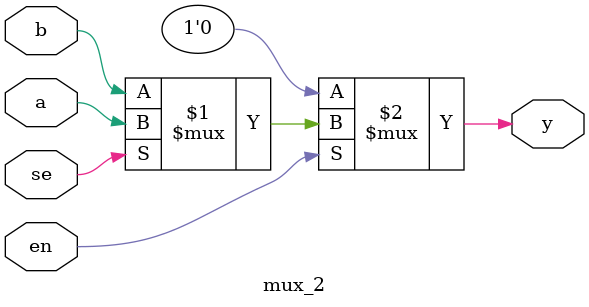
<source format=v>

module mux_2(
    input wire a,
    input wire b,
    input wire se,
    input wire en,
    output wire y
);
assign y=en? (se? a:b):1'b0; // if en=1, then y=a if se=1, else y=b. if en=0, then y=0
endmodule
</source>
